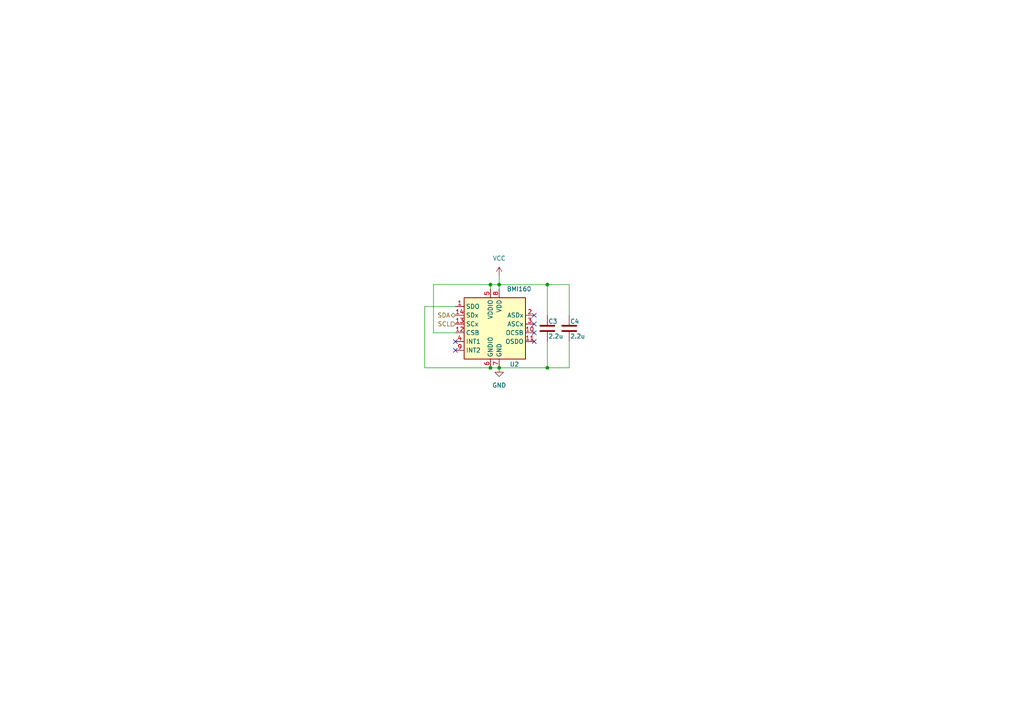
<source format=kicad_sch>
(kicad_sch (version 20231120) (generator "eeschema") (generator_version "8.0")
  (paper "A4")
  (lib_symbols
    (symbol "Device:C" (pin_numbers hide) (pin_names (offset 0.254))
      (property "Reference" "C" (at 0.635 2.54 0))
      (property "Value" "C" (at 0.635 -2.54 0))
      (symbol "C_0_1"
        (polyline (pts (xy -2.032 -0.762) (xy 2.032 -0.762)) (stroke (width 0.508)))
        (polyline (pts (xy -2.032 0.762) (xy 2.032 0.762)) (stroke (width 0.508)))
      )
      (symbol "C_1_1"
        (pin passive line (at 0 3.81 270) (length 2.794) (name "~") (number "1"))
        (pin passive line (at 0 -3.81 90) (length 2.794) (name "~") (number "2"))
      )
    )
    (symbol "Sensor_Motion:BMI160"
      (property "Reference" "U" (at -10.16 8.89 0))
      (property "Value" "BMI160" (at 7.62 8.89 0))
      (symbol "BMI160_1_1"
        (rectangle (start -10.16 7.62) (end 7.62 -10.16) (stroke (width 0.254)) (fill (type background)))
        (pin bidirectional line (at -12.7 5.08 0) (length 2.54) (name "SDO") (number "1"))
        (pin bidirectional line (at 10.16 -2.54 180) (length 2.54) (name "OCSB") (number "10"))
        (pin bidirectional line (at 10.16 -5.08 180) (length 2.54) (name "OSDO") (number "11"))
        (pin input line (at -12.7 -2.54 0) (length 2.54) (name "CSB") (number "12"))
        (pin input line (at -12.7 0 0) (length 2.54) (name "SCx") (number "13"))
        (pin bidirectional line (at -12.7 2.54 0) (length 2.54) (name "SDx") (number "14"))
        (pin bidirectional line (at 10.16 2.54 180) (length 2.54) (name "ASDx") (number "2"))
        (pin output line (at 10.16 0 180) (length 2.54) (name "ASCx") (number "3"))
        (pin bidirectional line (at -12.7 -5.08 0) (length 2.54) (name "INT1") (number "4"))
        (pin power_in line (at -2.54 10.16 270) (length 2.54) (name "VDDIO") (number "5"))
        (pin power_in line (at -2.54 -12.7 90) (length 2.54) (name "GNDIO") (number "6"))
        (pin power_in line (at 0 -12.7 90) (length 2.54) (name "GND") (number "7"))
        (pin power_in line (at 0 10.16 270) (length 2.54) (name "VDD") (number "8"))
        (pin bidirectional line (at -12.7 -7.62 0) (length 2.54) (name "INT2") (number "9"))
      )
    )
    (symbol "power:GND" (power) (pin_numbers hide) (pin_names (offset 0) hide)
      (property "Value" "GND" (at 0 -3.81 0))
      (symbol "GND_0_1"
        (polyline (pts (xy 0 0) (xy 0 -1.27) (xy 1.27 -1.27) (xy 0 -2.54) (xy -1.27 -1.27) (xy 0 -1.27)))
      )
      (symbol "GND_1_1"
        (pin power_in line (at 0 0 270) (length 0) (name "~") (number "1"))
      )
    )
    (symbol "power:VCC" (power) (pin_numbers hide) (pin_names (offset 0) hide)
      (property "Value" "VCC" (at 0 3.556 0))
      (symbol "VCC_0_1"
        (polyline (pts (xy -0.762 1.27) (xy 0 2.54)))
        (polyline (pts (xy 0 0) (xy 0 2.54)))
        (polyline (pts (xy 0 2.54) (xy 0.762 1.27)))
      )
      (symbol "VCC_1_1"
        (pin power_in line (at 0 0 90) (length 0) (name "~") (number "1"))
      )
    )
  )
  (junction (at 142.24 82.55))
  (junction (at 158.75 106.68))
  (junction (at 142.24 106.68))
  (junction (at 144.78 82.55))
  (junction (at 144.78 106.68))
  (junction (at 158.75 82.55))
  (no_connect (at 132.08 101.6))
  (no_connect (at 154.94 93.98))
  (no_connect (at 154.94 99.06))
  (no_connect (at 132.08 99.06))
  (no_connect (at 154.94 91.44))
  (no_connect (at 154.94 96.52))
  (wire (pts (xy 158.75 106.68) (xy 144.78 106.68)))
  (wire (pts (xy 142.24 82.55) (xy 142.24 83.82)))
  (wire (pts (xy 158.75 91.44) (xy 158.75 82.55)))
  (wire (pts (xy 144.78 82.55) (xy 144.78 83.82)))
  (wire (pts (xy 125.73 96.52) (xy 132.08 96.52)))
  (wire (pts (xy 142.24 106.68) (xy 123.19 106.68)))
  (wire (pts (xy 165.1 91.44) (xy 165.1 82.55)))
  (wire (pts (xy 158.75 82.55) (xy 144.78 82.55)))
  (wire (pts (xy 144.78 80.01) (xy 144.78 82.55)))
  (wire (pts (xy 165.1 82.55) (xy 158.75 82.55)))
  (wire (pts (xy 144.78 106.68) (xy 142.24 106.68)))
  (wire (pts (xy 165.1 106.68) (xy 158.75 106.68)))
  (wire (pts (xy 125.73 82.55) (xy 125.73 96.52)))
  (wire (pts (xy 158.75 99.06) (xy 158.75 106.68)))
  (wire (pts (xy 123.19 88.9) (xy 132.08 88.9)))
  (wire (pts (xy 144.78 82.55) (xy 142.24 82.55)))
  (wire (pts (xy 123.19 106.68) (xy 123.19 88.9)))
  (wire (pts (xy 165.1 106.68) (xy 165.1 99.06)))
  (wire (pts (xy 142.24 82.55) (xy 125.73 82.55)))
  (hierarchical_label "SCL" (shape input) (at 132.08 93.98 180))
  (hierarchical_label "SDA" (shape bidirectional) (at 132.08 91.44 180))
  (symbol (lib_id "Device:C") (at 165.1 95.25 0) (unit 1)
    (property "Reference" "C4" (at 165.354 93.218 0) (effects (justify left)))
    (property "Value" "2.2u" (at 165.354 97.536 0) (effects (justify left)))
    (property "Description" "Unpolarized capacitor" (effects (hide yes)))
  )
  (symbol (lib_id "power:VCC") (at 144.78 80.01 0) (unit 1)
    (property "Reference" "#PWR05" (effects (hide yes)))
    (property "Value" "VCC" (at 144.78 74.93 0))
    (property "Description" "Power symbol creates a global label with name \"VCC\"" (effects (hide yes)))
  )
  (symbol (lib_id "Sensor_Motion:BMI160") (at 144.78 93.98 0) (unit 1)
    (property "Reference" "U2" (at 147.828 105.664 0) (effects (justify left)))
    (property "Value" "BMI160" (at 146.9741 83.82 0) (effects (justify left)))
    (property "Footprint" "Package_LGA:Bosch_LGA-14_3x2.5mm_P0.5mm" (effects (hide yes)))
    (property "Datasheet" "https://www.bosch-sensortec.com/media/boschsensortec/downloads/datasheets/bst-bmi160-ds000.pdf" (effects (hide yes)))
    (property "Description" "Small, low power inertial measurement unit, LGA-14" (effects (hide yes)))
  )
  (symbol (lib_id "power:GND") (at 144.78 106.68 0) (unit 1)
    (property "Reference" "#PWR04" (effects (hide yes)))
    (property "Value" "GND" (at 144.78 111.76 0))
    (property "Description" "Power symbol creates a global label with name \"GND\" , ground" (effects (hide yes)))
  )
  (symbol (lib_id "Device:C") (at 158.75 95.25 0) (unit 1)
    (property "Reference" "C3" (at 159.004 93.218 0) (effects (justify left)))
    (property "Value" "2.2u" (at 159.004 97.536 0) (effects (justify left)))
    (property "Description" "Unpolarized capacitor" (effects (hide yes)))
  )
)
</source>
